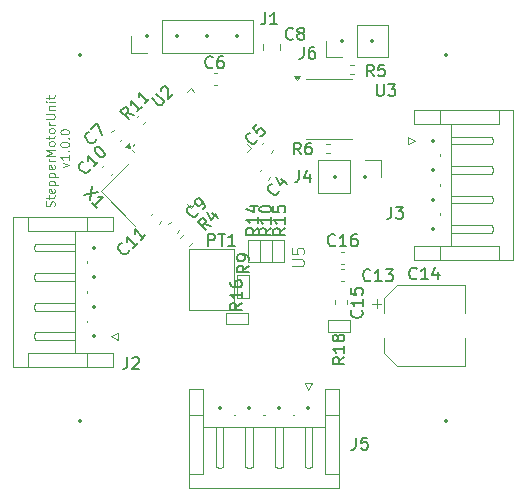
<source format=gto>
%TF.GenerationSoftware,KiCad,Pcbnew,9.0.2-9.0.2-0~ubuntu22.04.1*%
%TF.CreationDate,2025-05-11T10:39:50+03:00*%
%TF.ProjectId,steper-motor-unit,73746570-6572-42d6-9d6f-746f722d756e,rev?*%
%TF.SameCoordinates,Original*%
%TF.FileFunction,Legend,Top*%
%TF.FilePolarity,Positive*%
%FSLAX46Y46*%
G04 Gerber Fmt 4.6, Leading zero omitted, Abs format (unit mm)*
G04 Created by KiCad (PCBNEW 9.0.2-9.0.2-0~ubuntu22.04.1) date 2025-05-11 10:39:50*
%MOMM*%
%LPD*%
G01*
G04 APERTURE LIST*
%ADD10C,0.100000*%
%ADD11C,0.150000*%
%ADD12C,0.120000*%
%ADD13C,0.350000*%
G04 APERTURE END LIST*
D10*
X2342321Y22693573D02*
X2378035Y22800716D01*
X2378035Y22800716D02*
X2378035Y22979287D01*
X2378035Y22979287D02*
X2342321Y23050716D01*
X2342321Y23050716D02*
X2306606Y23086430D01*
X2306606Y23086430D02*
X2235178Y23122144D01*
X2235178Y23122144D02*
X2163749Y23122144D01*
X2163749Y23122144D02*
X2092321Y23086430D01*
X2092321Y23086430D02*
X2056606Y23050716D01*
X2056606Y23050716D02*
X2020892Y22979287D01*
X2020892Y22979287D02*
X1985178Y22836430D01*
X1985178Y22836430D02*
X1949463Y22765001D01*
X1949463Y22765001D02*
X1913749Y22729287D01*
X1913749Y22729287D02*
X1842321Y22693573D01*
X1842321Y22693573D02*
X1770892Y22693573D01*
X1770892Y22693573D02*
X1699463Y22729287D01*
X1699463Y22729287D02*
X1663749Y22765001D01*
X1663749Y22765001D02*
X1628035Y22836430D01*
X1628035Y22836430D02*
X1628035Y23015001D01*
X1628035Y23015001D02*
X1663749Y23122144D01*
X1878035Y23336430D02*
X1878035Y23622144D01*
X1628035Y23443573D02*
X2270892Y23443573D01*
X2270892Y23443573D02*
X2342321Y23479287D01*
X2342321Y23479287D02*
X2378035Y23550716D01*
X2378035Y23550716D02*
X2378035Y23622144D01*
X2342321Y24157858D02*
X2378035Y24086430D01*
X2378035Y24086430D02*
X2378035Y23943573D01*
X2378035Y23943573D02*
X2342321Y23872144D01*
X2342321Y23872144D02*
X2270892Y23836430D01*
X2270892Y23836430D02*
X1985178Y23836430D01*
X1985178Y23836430D02*
X1913749Y23872144D01*
X1913749Y23872144D02*
X1878035Y23943573D01*
X1878035Y23943573D02*
X1878035Y24086430D01*
X1878035Y24086430D02*
X1913749Y24157858D01*
X1913749Y24157858D02*
X1985178Y24193573D01*
X1985178Y24193573D02*
X2056606Y24193573D01*
X2056606Y24193573D02*
X2128035Y23836430D01*
X1878035Y24515001D02*
X2628035Y24515001D01*
X1913749Y24515001D02*
X1878035Y24586430D01*
X1878035Y24586430D02*
X1878035Y24729287D01*
X1878035Y24729287D02*
X1913749Y24800715D01*
X1913749Y24800715D02*
X1949463Y24836430D01*
X1949463Y24836430D02*
X2020892Y24872144D01*
X2020892Y24872144D02*
X2235178Y24872144D01*
X2235178Y24872144D02*
X2306606Y24836430D01*
X2306606Y24836430D02*
X2342321Y24800715D01*
X2342321Y24800715D02*
X2378035Y24729287D01*
X2378035Y24729287D02*
X2378035Y24586430D01*
X2378035Y24586430D02*
X2342321Y24515001D01*
X1878035Y25193572D02*
X2628035Y25193572D01*
X1913749Y25193572D02*
X1878035Y25265001D01*
X1878035Y25265001D02*
X1878035Y25407858D01*
X1878035Y25407858D02*
X1913749Y25479286D01*
X1913749Y25479286D02*
X1949463Y25515001D01*
X1949463Y25515001D02*
X2020892Y25550715D01*
X2020892Y25550715D02*
X2235178Y25550715D01*
X2235178Y25550715D02*
X2306606Y25515001D01*
X2306606Y25515001D02*
X2342321Y25479286D01*
X2342321Y25479286D02*
X2378035Y25407858D01*
X2378035Y25407858D02*
X2378035Y25265001D01*
X2378035Y25265001D02*
X2342321Y25193572D01*
X2342321Y26157857D02*
X2378035Y26086429D01*
X2378035Y26086429D02*
X2378035Y25943572D01*
X2378035Y25943572D02*
X2342321Y25872143D01*
X2342321Y25872143D02*
X2270892Y25836429D01*
X2270892Y25836429D02*
X1985178Y25836429D01*
X1985178Y25836429D02*
X1913749Y25872143D01*
X1913749Y25872143D02*
X1878035Y25943572D01*
X1878035Y25943572D02*
X1878035Y26086429D01*
X1878035Y26086429D02*
X1913749Y26157857D01*
X1913749Y26157857D02*
X1985178Y26193572D01*
X1985178Y26193572D02*
X2056606Y26193572D01*
X2056606Y26193572D02*
X2128035Y25836429D01*
X2378035Y26515000D02*
X1878035Y26515000D01*
X2020892Y26515000D02*
X1949463Y26550714D01*
X1949463Y26550714D02*
X1913749Y26586429D01*
X1913749Y26586429D02*
X1878035Y26657857D01*
X1878035Y26657857D02*
X1878035Y26729286D01*
X2378035Y26979286D02*
X1628035Y26979286D01*
X1628035Y26979286D02*
X2163749Y27229286D01*
X2163749Y27229286D02*
X1628035Y27479286D01*
X1628035Y27479286D02*
X2378035Y27479286D01*
X2378035Y27943572D02*
X2342321Y27872143D01*
X2342321Y27872143D02*
X2306606Y27836429D01*
X2306606Y27836429D02*
X2235178Y27800715D01*
X2235178Y27800715D02*
X2020892Y27800715D01*
X2020892Y27800715D02*
X1949463Y27836429D01*
X1949463Y27836429D02*
X1913749Y27872143D01*
X1913749Y27872143D02*
X1878035Y27943572D01*
X1878035Y27943572D02*
X1878035Y28050715D01*
X1878035Y28050715D02*
X1913749Y28122143D01*
X1913749Y28122143D02*
X1949463Y28157858D01*
X1949463Y28157858D02*
X2020892Y28193572D01*
X2020892Y28193572D02*
X2235178Y28193572D01*
X2235178Y28193572D02*
X2306606Y28157858D01*
X2306606Y28157858D02*
X2342321Y28122143D01*
X2342321Y28122143D02*
X2378035Y28050715D01*
X2378035Y28050715D02*
X2378035Y27943572D01*
X1878035Y28407857D02*
X1878035Y28693571D01*
X1628035Y28515000D02*
X2270892Y28515000D01*
X2270892Y28515000D02*
X2342321Y28550714D01*
X2342321Y28550714D02*
X2378035Y28622143D01*
X2378035Y28622143D02*
X2378035Y28693571D01*
X2378035Y29050714D02*
X2342321Y28979285D01*
X2342321Y28979285D02*
X2306606Y28943571D01*
X2306606Y28943571D02*
X2235178Y28907857D01*
X2235178Y28907857D02*
X2020892Y28907857D01*
X2020892Y28907857D02*
X1949463Y28943571D01*
X1949463Y28943571D02*
X1913749Y28979285D01*
X1913749Y28979285D02*
X1878035Y29050714D01*
X1878035Y29050714D02*
X1878035Y29157857D01*
X1878035Y29157857D02*
X1913749Y29229285D01*
X1913749Y29229285D02*
X1949463Y29265000D01*
X1949463Y29265000D02*
X2020892Y29300714D01*
X2020892Y29300714D02*
X2235178Y29300714D01*
X2235178Y29300714D02*
X2306606Y29265000D01*
X2306606Y29265000D02*
X2342321Y29229285D01*
X2342321Y29229285D02*
X2378035Y29157857D01*
X2378035Y29157857D02*
X2378035Y29050714D01*
X2378035Y29622142D02*
X1878035Y29622142D01*
X2020892Y29622142D02*
X1949463Y29657856D01*
X1949463Y29657856D02*
X1913749Y29693571D01*
X1913749Y29693571D02*
X1878035Y29764999D01*
X1878035Y29764999D02*
X1878035Y29836428D01*
X1628035Y30086428D02*
X2235178Y30086428D01*
X2235178Y30086428D02*
X2306606Y30122142D01*
X2306606Y30122142D02*
X2342321Y30157857D01*
X2342321Y30157857D02*
X2378035Y30229285D01*
X2378035Y30229285D02*
X2378035Y30372142D01*
X2378035Y30372142D02*
X2342321Y30443571D01*
X2342321Y30443571D02*
X2306606Y30479285D01*
X2306606Y30479285D02*
X2235178Y30514999D01*
X2235178Y30514999D02*
X1628035Y30514999D01*
X1878035Y30872142D02*
X2378035Y30872142D01*
X1949463Y30872142D02*
X1913749Y30907856D01*
X1913749Y30907856D02*
X1878035Y30979285D01*
X1878035Y30979285D02*
X1878035Y31086428D01*
X1878035Y31086428D02*
X1913749Y31157856D01*
X1913749Y31157856D02*
X1985178Y31193571D01*
X1985178Y31193571D02*
X2378035Y31193571D01*
X2378035Y31550713D02*
X1878035Y31550713D01*
X1628035Y31550713D02*
X1663749Y31514999D01*
X1663749Y31514999D02*
X1699463Y31550713D01*
X1699463Y31550713D02*
X1663749Y31586427D01*
X1663749Y31586427D02*
X1628035Y31550713D01*
X1628035Y31550713D02*
X1699463Y31550713D01*
X1878035Y31800713D02*
X1878035Y32086427D01*
X1628035Y31907856D02*
X2270892Y31907856D01*
X2270892Y31907856D02*
X2342321Y31943570D01*
X2342321Y31943570D02*
X2378035Y32014999D01*
X2378035Y32014999D02*
X2378035Y32086427D01*
X3085493Y26032856D02*
X3585493Y26211428D01*
X3585493Y26211428D02*
X3085493Y26389999D01*
X3585493Y27068571D02*
X3585493Y26640000D01*
X3585493Y26854285D02*
X2835493Y26854285D01*
X2835493Y26854285D02*
X2942636Y26782857D01*
X2942636Y26782857D02*
X3014064Y26711428D01*
X3014064Y26711428D02*
X3049779Y26640000D01*
X3514064Y27390000D02*
X3549779Y27425714D01*
X3549779Y27425714D02*
X3585493Y27390000D01*
X3585493Y27390000D02*
X3549779Y27354286D01*
X3549779Y27354286D02*
X3514064Y27390000D01*
X3514064Y27390000D02*
X3585493Y27390000D01*
X2835493Y27890000D02*
X2835493Y27961429D01*
X2835493Y27961429D02*
X2871207Y28032857D01*
X2871207Y28032857D02*
X2906921Y28068572D01*
X2906921Y28068572D02*
X2978350Y28104286D01*
X2978350Y28104286D02*
X3121207Y28140000D01*
X3121207Y28140000D02*
X3299779Y28140000D01*
X3299779Y28140000D02*
X3442636Y28104286D01*
X3442636Y28104286D02*
X3514064Y28068572D01*
X3514064Y28068572D02*
X3549779Y28032857D01*
X3549779Y28032857D02*
X3585493Y27961429D01*
X3585493Y27961429D02*
X3585493Y27890000D01*
X3585493Y27890000D02*
X3549779Y27818572D01*
X3549779Y27818572D02*
X3514064Y27782857D01*
X3514064Y27782857D02*
X3442636Y27747143D01*
X3442636Y27747143D02*
X3299779Y27711429D01*
X3299779Y27711429D02*
X3121207Y27711429D01*
X3121207Y27711429D02*
X2978350Y27747143D01*
X2978350Y27747143D02*
X2906921Y27782857D01*
X2906921Y27782857D02*
X2871207Y27818572D01*
X2871207Y27818572D02*
X2835493Y27890000D01*
X3514064Y28461429D02*
X3549779Y28497143D01*
X3549779Y28497143D02*
X3585493Y28461429D01*
X3585493Y28461429D02*
X3549779Y28425715D01*
X3549779Y28425715D02*
X3514064Y28461429D01*
X3514064Y28461429D02*
X3585493Y28461429D01*
X2835493Y28961429D02*
X2835493Y29032858D01*
X2835493Y29032858D02*
X2871207Y29104286D01*
X2871207Y29104286D02*
X2906921Y29140001D01*
X2906921Y29140001D02*
X2978350Y29175715D01*
X2978350Y29175715D02*
X3121207Y29211429D01*
X3121207Y29211429D02*
X3299779Y29211429D01*
X3299779Y29211429D02*
X3442636Y29175715D01*
X3442636Y29175715D02*
X3514064Y29140001D01*
X3514064Y29140001D02*
X3549779Y29104286D01*
X3549779Y29104286D02*
X3585493Y29032858D01*
X3585493Y29032858D02*
X3585493Y28961429D01*
X3585493Y28961429D02*
X3549779Y28890001D01*
X3549779Y28890001D02*
X3514064Y28854286D01*
X3514064Y28854286D02*
X3442636Y28818572D01*
X3442636Y28818572D02*
X3299779Y28782858D01*
X3299779Y28782858D02*
X3121207Y28782858D01*
X3121207Y28782858D02*
X2978350Y28818572D01*
X2978350Y28818572D02*
X2906921Y28854286D01*
X2906921Y28854286D02*
X2871207Y28890001D01*
X2871207Y28890001D02*
X2835493Y28961429D01*
D11*
X22533333Y36900419D02*
X22485714Y36852800D01*
X22485714Y36852800D02*
X22342857Y36805180D01*
X22342857Y36805180D02*
X22247619Y36805180D01*
X22247619Y36805180D02*
X22104762Y36852800D01*
X22104762Y36852800D02*
X22009524Y36948038D01*
X22009524Y36948038D02*
X21961905Y37043276D01*
X21961905Y37043276D02*
X21914286Y37233752D01*
X21914286Y37233752D02*
X21914286Y37376609D01*
X21914286Y37376609D02*
X21961905Y37567085D01*
X21961905Y37567085D02*
X22009524Y37662323D01*
X22009524Y37662323D02*
X22104762Y37757561D01*
X22104762Y37757561D02*
X22247619Y37805180D01*
X22247619Y37805180D02*
X22342857Y37805180D01*
X22342857Y37805180D02*
X22485714Y37757561D01*
X22485714Y37757561D02*
X22533333Y37709942D01*
X23104762Y37376609D02*
X23009524Y37424228D01*
X23009524Y37424228D02*
X22961905Y37471847D01*
X22961905Y37471847D02*
X22914286Y37567085D01*
X22914286Y37567085D02*
X22914286Y37614704D01*
X22914286Y37614704D02*
X22961905Y37709942D01*
X22961905Y37709942D02*
X23009524Y37757561D01*
X23009524Y37757561D02*
X23104762Y37805180D01*
X23104762Y37805180D02*
X23295238Y37805180D01*
X23295238Y37805180D02*
X23390476Y37757561D01*
X23390476Y37757561D02*
X23438095Y37709942D01*
X23438095Y37709942D02*
X23485714Y37614704D01*
X23485714Y37614704D02*
X23485714Y37567085D01*
X23485714Y37567085D02*
X23438095Y37471847D01*
X23438095Y37471847D02*
X23390476Y37424228D01*
X23390476Y37424228D02*
X23295238Y37376609D01*
X23295238Y37376609D02*
X23104762Y37376609D01*
X23104762Y37376609D02*
X23009524Y37328990D01*
X23009524Y37328990D02*
X22961905Y37281371D01*
X22961905Y37281371D02*
X22914286Y37186133D01*
X22914286Y37186133D02*
X22914286Y36995657D01*
X22914286Y36995657D02*
X22961905Y36900419D01*
X22961905Y36900419D02*
X23009524Y36852800D01*
X23009524Y36852800D02*
X23104762Y36805180D01*
X23104762Y36805180D02*
X23295238Y36805180D01*
X23295238Y36805180D02*
X23390476Y36852800D01*
X23390476Y36852800D02*
X23438095Y36900419D01*
X23438095Y36900419D02*
X23485714Y36995657D01*
X23485714Y36995657D02*
X23485714Y37186133D01*
X23485714Y37186133D02*
X23438095Y37281371D01*
X23438095Y37281371D02*
X23390476Y37328990D01*
X23390476Y37328990D02*
X23295238Y37376609D01*
X19584819Y20877142D02*
X19108628Y20543809D01*
X19584819Y20305714D02*
X18584819Y20305714D01*
X18584819Y20305714D02*
X18584819Y20686666D01*
X18584819Y20686666D02*
X18632438Y20781904D01*
X18632438Y20781904D02*
X18680057Y20829523D01*
X18680057Y20829523D02*
X18775295Y20877142D01*
X18775295Y20877142D02*
X18918152Y20877142D01*
X18918152Y20877142D02*
X19013390Y20829523D01*
X19013390Y20829523D02*
X19061009Y20781904D01*
X19061009Y20781904D02*
X19108628Y20686666D01*
X19108628Y20686666D02*
X19108628Y20305714D01*
X19584819Y21829523D02*
X19584819Y21258095D01*
X19584819Y21543809D02*
X18584819Y21543809D01*
X18584819Y21543809D02*
X18727676Y21448571D01*
X18727676Y21448571D02*
X18822914Y21353333D01*
X18822914Y21353333D02*
X18870533Y21258095D01*
X18918152Y22686666D02*
X19584819Y22686666D01*
X18537200Y22448571D02*
X19251485Y22210476D01*
X19251485Y22210476D02*
X19251485Y22829523D01*
X19495248Y28349050D02*
X19495248Y28281706D01*
X19495248Y28281706D02*
X19427904Y28147019D01*
X19427904Y28147019D02*
X19360561Y28079676D01*
X19360561Y28079676D02*
X19225874Y28012332D01*
X19225874Y28012332D02*
X19091187Y28012332D01*
X19091187Y28012332D02*
X18990172Y28046004D01*
X18990172Y28046004D02*
X18821813Y28147019D01*
X18821813Y28147019D02*
X18720798Y28248034D01*
X18720798Y28248034D02*
X18619782Y28416393D01*
X18619782Y28416393D02*
X18586111Y28517408D01*
X18586111Y28517408D02*
X18586111Y28652095D01*
X18586111Y28652095D02*
X18653454Y28786782D01*
X18653454Y28786782D02*
X18720798Y28854126D01*
X18720798Y28854126D02*
X18855485Y28921469D01*
X18855485Y28921469D02*
X18922828Y28921469D01*
X19495248Y29628576D02*
X19158530Y29291859D01*
X19158530Y29291859D02*
X19461576Y28921469D01*
X19461576Y28921469D02*
X19461576Y28988813D01*
X19461576Y28988813D02*
X19495248Y29089828D01*
X19495248Y29089828D02*
X19663607Y29258187D01*
X19663607Y29258187D02*
X19764622Y29291859D01*
X19764622Y29291859D02*
X19831965Y29291859D01*
X19831965Y29291859D02*
X19932981Y29258187D01*
X19932981Y29258187D02*
X20101339Y29089828D01*
X20101339Y29089828D02*
X20135011Y28988813D01*
X20135011Y28988813D02*
X20135011Y28921469D01*
X20135011Y28921469D02*
X20101339Y28820454D01*
X20101339Y28820454D02*
X19932981Y28652095D01*
X19932981Y28652095D02*
X19831965Y28618424D01*
X19831965Y28618424D02*
X19764622Y28618424D01*
X15350952Y19355180D02*
X15350952Y20355180D01*
X15350952Y20355180D02*
X15731904Y20355180D01*
X15731904Y20355180D02*
X15827142Y20307561D01*
X15827142Y20307561D02*
X15874761Y20259942D01*
X15874761Y20259942D02*
X15922380Y20164704D01*
X15922380Y20164704D02*
X15922380Y20021847D01*
X15922380Y20021847D02*
X15874761Y19926609D01*
X15874761Y19926609D02*
X15827142Y19878990D01*
X15827142Y19878990D02*
X15731904Y19831371D01*
X15731904Y19831371D02*
X15350952Y19831371D01*
X16208095Y20355180D02*
X16779523Y20355180D01*
X16493809Y19355180D02*
X16493809Y20355180D01*
X17636666Y19355180D02*
X17065238Y19355180D01*
X17350952Y19355180D02*
X17350952Y20355180D01*
X17350952Y20355180D02*
X17255714Y20212323D01*
X17255714Y20212323D02*
X17160476Y20117085D01*
X17160476Y20117085D02*
X17065238Y20069466D01*
X8506666Y9925180D02*
X8506666Y9210895D01*
X8506666Y9210895D02*
X8459047Y9068038D01*
X8459047Y9068038D02*
X8363809Y8972800D01*
X8363809Y8972800D02*
X8220952Y8925180D01*
X8220952Y8925180D02*
X8125714Y8925180D01*
X8935238Y9829942D02*
X8982857Y9877561D01*
X8982857Y9877561D02*
X9078095Y9925180D01*
X9078095Y9925180D02*
X9316190Y9925180D01*
X9316190Y9925180D02*
X9411428Y9877561D01*
X9411428Y9877561D02*
X9459047Y9829942D01*
X9459047Y9829942D02*
X9506666Y9734704D01*
X9506666Y9734704D02*
X9506666Y9639466D01*
X9506666Y9639466D02*
X9459047Y9496609D01*
X9459047Y9496609D02*
X8887619Y8925180D01*
X8887619Y8925180D02*
X9506666Y8925180D01*
X21336411Y24037887D02*
X21336411Y23970543D01*
X21336411Y23970543D02*
X21269067Y23835856D01*
X21269067Y23835856D02*
X21201724Y23768513D01*
X21201724Y23768513D02*
X21067037Y23701169D01*
X21067037Y23701169D02*
X20932350Y23701169D01*
X20932350Y23701169D02*
X20831335Y23734841D01*
X20831335Y23734841D02*
X20662976Y23835856D01*
X20662976Y23835856D02*
X20561961Y23936871D01*
X20561961Y23936871D02*
X20460945Y24105230D01*
X20460945Y24105230D02*
X20427274Y24206245D01*
X20427274Y24206245D02*
X20427274Y24340932D01*
X20427274Y24340932D02*
X20494617Y24475619D01*
X20494617Y24475619D02*
X20561961Y24542963D01*
X20561961Y24542963D02*
X20696648Y24610306D01*
X20696648Y24610306D02*
X20763991Y24610306D01*
X21538441Y25048039D02*
X22009846Y24576635D01*
X21100709Y25149054D02*
X21437426Y24475619D01*
X21437426Y24475619D02*
X21875159Y24913352D01*
X20694819Y20847142D02*
X20218628Y20513809D01*
X20694819Y20275714D02*
X19694819Y20275714D01*
X19694819Y20275714D02*
X19694819Y20656666D01*
X19694819Y20656666D02*
X19742438Y20751904D01*
X19742438Y20751904D02*
X19790057Y20799523D01*
X19790057Y20799523D02*
X19885295Y20847142D01*
X19885295Y20847142D02*
X20028152Y20847142D01*
X20028152Y20847142D02*
X20123390Y20799523D01*
X20123390Y20799523D02*
X20171009Y20751904D01*
X20171009Y20751904D02*
X20218628Y20656666D01*
X20218628Y20656666D02*
X20218628Y20275714D01*
X20694819Y21799523D02*
X20694819Y21228095D01*
X20694819Y21513809D02*
X19694819Y21513809D01*
X19694819Y21513809D02*
X19837676Y21418571D01*
X19837676Y21418571D02*
X19932914Y21323333D01*
X19932914Y21323333D02*
X19980533Y21228095D01*
X19694819Y22418571D02*
X19694819Y22513809D01*
X19694819Y22513809D02*
X19742438Y22609047D01*
X19742438Y22609047D02*
X19790057Y22656666D01*
X19790057Y22656666D02*
X19885295Y22704285D01*
X19885295Y22704285D02*
X20075771Y22751904D01*
X20075771Y22751904D02*
X20313866Y22751904D01*
X20313866Y22751904D02*
X20504342Y22704285D01*
X20504342Y22704285D02*
X20599580Y22656666D01*
X20599580Y22656666D02*
X20647200Y22609047D01*
X20647200Y22609047D02*
X20694819Y22513809D01*
X20694819Y22513809D02*
X20694819Y22418571D01*
X20694819Y22418571D02*
X20647200Y22323333D01*
X20647200Y22323333D02*
X20599580Y22275714D01*
X20599580Y22275714D02*
X20504342Y22228095D01*
X20504342Y22228095D02*
X20313866Y22180476D01*
X20313866Y22180476D02*
X20075771Y22180476D01*
X20075771Y22180476D02*
X19885295Y22228095D01*
X19885295Y22228095D02*
X19790057Y22275714D01*
X19790057Y22275714D02*
X19742438Y22323333D01*
X19742438Y22323333D02*
X19694819Y22418571D01*
X8629693Y18981169D02*
X8629693Y18913825D01*
X8629693Y18913825D02*
X8562349Y18779138D01*
X8562349Y18779138D02*
X8495006Y18711795D01*
X8495006Y18711795D02*
X8360319Y18644451D01*
X8360319Y18644451D02*
X8225632Y18644451D01*
X8225632Y18644451D02*
X8124617Y18678123D01*
X8124617Y18678123D02*
X7956258Y18779138D01*
X7956258Y18779138D02*
X7855243Y18880153D01*
X7855243Y18880153D02*
X7754227Y19048512D01*
X7754227Y19048512D02*
X7720556Y19149527D01*
X7720556Y19149527D02*
X7720556Y19284214D01*
X7720556Y19284214D02*
X7787899Y19418901D01*
X7787899Y19418901D02*
X7855243Y19486245D01*
X7855243Y19486245D02*
X7989930Y19553588D01*
X7989930Y19553588D02*
X8057273Y19553588D01*
X9370471Y19587260D02*
X8966410Y19183199D01*
X9168441Y19385230D02*
X8461334Y20092336D01*
X8461334Y20092336D02*
X8495006Y19923978D01*
X8495006Y19923978D02*
X8495006Y19789291D01*
X8495006Y19789291D02*
X8461334Y19688275D01*
X10043907Y20260695D02*
X9639846Y19856634D01*
X9841876Y20058665D02*
X9134769Y20765772D01*
X9134769Y20765772D02*
X9168441Y20597413D01*
X9168441Y20597413D02*
X9168441Y20462726D01*
X9168441Y20462726D02*
X9134769Y20361711D01*
X14476411Y22167887D02*
X14476411Y22100543D01*
X14476411Y22100543D02*
X14409067Y21965856D01*
X14409067Y21965856D02*
X14341724Y21898513D01*
X14341724Y21898513D02*
X14207037Y21831169D01*
X14207037Y21831169D02*
X14072350Y21831169D01*
X14072350Y21831169D02*
X13971335Y21864841D01*
X13971335Y21864841D02*
X13802976Y21965856D01*
X13802976Y21965856D02*
X13701961Y22066871D01*
X13701961Y22066871D02*
X13600945Y22235230D01*
X13600945Y22235230D02*
X13567274Y22336245D01*
X13567274Y22336245D02*
X13567274Y22470932D01*
X13567274Y22470932D02*
X13634617Y22605619D01*
X13634617Y22605619D02*
X13701961Y22672963D01*
X13701961Y22672963D02*
X13836648Y22740306D01*
X13836648Y22740306D02*
X13903991Y22740306D01*
X14880472Y22437261D02*
X15015159Y22571948D01*
X15015159Y22571948D02*
X15048831Y22672963D01*
X15048831Y22672963D02*
X15048831Y22740306D01*
X15048831Y22740306D02*
X15015159Y22908665D01*
X15015159Y22908665D02*
X14914144Y23077024D01*
X14914144Y23077024D02*
X14644770Y23346398D01*
X14644770Y23346398D02*
X14543754Y23380070D01*
X14543754Y23380070D02*
X14476411Y23380070D01*
X14476411Y23380070D02*
X14375396Y23346398D01*
X14375396Y23346398D02*
X14240709Y23211711D01*
X14240709Y23211711D02*
X14207037Y23110696D01*
X14207037Y23110696D02*
X14207037Y23043352D01*
X14207037Y23043352D02*
X14240709Y22942337D01*
X14240709Y22942337D02*
X14409067Y22773978D01*
X14409067Y22773978D02*
X14510083Y22740306D01*
X14510083Y22740306D02*
X14577426Y22740306D01*
X14577426Y22740306D02*
X14678441Y22773978D01*
X14678441Y22773978D02*
X14813128Y22908665D01*
X14813128Y22908665D02*
X14846800Y23009680D01*
X14846800Y23009680D02*
X14846800Y23077024D01*
X14846800Y23077024D02*
X14813128Y23178039D01*
X26107142Y19430419D02*
X26059523Y19382800D01*
X26059523Y19382800D02*
X25916666Y19335180D01*
X25916666Y19335180D02*
X25821428Y19335180D01*
X25821428Y19335180D02*
X25678571Y19382800D01*
X25678571Y19382800D02*
X25583333Y19478038D01*
X25583333Y19478038D02*
X25535714Y19573276D01*
X25535714Y19573276D02*
X25488095Y19763752D01*
X25488095Y19763752D02*
X25488095Y19906609D01*
X25488095Y19906609D02*
X25535714Y20097085D01*
X25535714Y20097085D02*
X25583333Y20192323D01*
X25583333Y20192323D02*
X25678571Y20287561D01*
X25678571Y20287561D02*
X25821428Y20335180D01*
X25821428Y20335180D02*
X25916666Y20335180D01*
X25916666Y20335180D02*
X26059523Y20287561D01*
X26059523Y20287561D02*
X26107142Y20239942D01*
X27059523Y19335180D02*
X26488095Y19335180D01*
X26773809Y19335180D02*
X26773809Y20335180D01*
X26773809Y20335180D02*
X26678571Y20192323D01*
X26678571Y20192323D02*
X26583333Y20097085D01*
X26583333Y20097085D02*
X26488095Y20049466D01*
X27916666Y20335180D02*
X27726190Y20335180D01*
X27726190Y20335180D02*
X27630952Y20287561D01*
X27630952Y20287561D02*
X27583333Y20239942D01*
X27583333Y20239942D02*
X27488095Y20097085D01*
X27488095Y20097085D02*
X27440476Y19906609D01*
X27440476Y19906609D02*
X27440476Y19525657D01*
X27440476Y19525657D02*
X27488095Y19430419D01*
X27488095Y19430419D02*
X27535714Y19382800D01*
X27535714Y19382800D02*
X27630952Y19335180D01*
X27630952Y19335180D02*
X27821428Y19335180D01*
X27821428Y19335180D02*
X27916666Y19382800D01*
X27916666Y19382800D02*
X27964285Y19430419D01*
X27964285Y19430419D02*
X28011904Y19525657D01*
X28011904Y19525657D02*
X28011904Y19763752D01*
X28011904Y19763752D02*
X27964285Y19858990D01*
X27964285Y19858990D02*
X27916666Y19906609D01*
X27916666Y19906609D02*
X27821428Y19954228D01*
X27821428Y19954228D02*
X27630952Y19954228D01*
X27630952Y19954228D02*
X27535714Y19906609D01*
X27535714Y19906609D02*
X27488095Y19858990D01*
X27488095Y19858990D02*
X27440476Y19763752D01*
X18814819Y17683333D02*
X18338628Y17350000D01*
X18814819Y17111905D02*
X17814819Y17111905D01*
X17814819Y17111905D02*
X17814819Y17492857D01*
X17814819Y17492857D02*
X17862438Y17588095D01*
X17862438Y17588095D02*
X17910057Y17635714D01*
X17910057Y17635714D02*
X18005295Y17683333D01*
X18005295Y17683333D02*
X18148152Y17683333D01*
X18148152Y17683333D02*
X18243390Y17635714D01*
X18243390Y17635714D02*
X18291009Y17588095D01*
X18291009Y17588095D02*
X18338628Y17492857D01*
X18338628Y17492857D02*
X18338628Y17111905D01*
X18814819Y18159524D02*
X18814819Y18350000D01*
X18814819Y18350000D02*
X18767200Y18445238D01*
X18767200Y18445238D02*
X18719580Y18492857D01*
X18719580Y18492857D02*
X18576723Y18588095D01*
X18576723Y18588095D02*
X18386247Y18635714D01*
X18386247Y18635714D02*
X18005295Y18635714D01*
X18005295Y18635714D02*
X17910057Y18588095D01*
X17910057Y18588095D02*
X17862438Y18540476D01*
X17862438Y18540476D02*
X17814819Y18445238D01*
X17814819Y18445238D02*
X17814819Y18254762D01*
X17814819Y18254762D02*
X17862438Y18159524D01*
X17862438Y18159524D02*
X17910057Y18111905D01*
X17910057Y18111905D02*
X18005295Y18064286D01*
X18005295Y18064286D02*
X18243390Y18064286D01*
X18243390Y18064286D02*
X18338628Y18111905D01*
X18338628Y18111905D02*
X18386247Y18159524D01*
X18386247Y18159524D02*
X18433866Y18254762D01*
X18433866Y18254762D02*
X18433866Y18445238D01*
X18433866Y18445238D02*
X18386247Y18540476D01*
X18386247Y18540476D02*
X18338628Y18588095D01*
X18338628Y18588095D02*
X18243390Y18635714D01*
X18214819Y14517142D02*
X17738628Y14183809D01*
X18214819Y13945714D02*
X17214819Y13945714D01*
X17214819Y13945714D02*
X17214819Y14326666D01*
X17214819Y14326666D02*
X17262438Y14421904D01*
X17262438Y14421904D02*
X17310057Y14469523D01*
X17310057Y14469523D02*
X17405295Y14517142D01*
X17405295Y14517142D02*
X17548152Y14517142D01*
X17548152Y14517142D02*
X17643390Y14469523D01*
X17643390Y14469523D02*
X17691009Y14421904D01*
X17691009Y14421904D02*
X17738628Y14326666D01*
X17738628Y14326666D02*
X17738628Y13945714D01*
X18214819Y15469523D02*
X18214819Y14898095D01*
X18214819Y15183809D02*
X17214819Y15183809D01*
X17214819Y15183809D02*
X17357676Y15088571D01*
X17357676Y15088571D02*
X17452914Y14993333D01*
X17452914Y14993333D02*
X17500533Y14898095D01*
X17214819Y16326666D02*
X17214819Y16136190D01*
X17214819Y16136190D02*
X17262438Y16040952D01*
X17262438Y16040952D02*
X17310057Y15993333D01*
X17310057Y15993333D02*
X17452914Y15898095D01*
X17452914Y15898095D02*
X17643390Y15850476D01*
X17643390Y15850476D02*
X18024342Y15850476D01*
X18024342Y15850476D02*
X18119580Y15898095D01*
X18119580Y15898095D02*
X18167200Y15945714D01*
X18167200Y15945714D02*
X18214819Y16040952D01*
X18214819Y16040952D02*
X18214819Y16231428D01*
X18214819Y16231428D02*
X18167200Y16326666D01*
X18167200Y16326666D02*
X18119580Y16374285D01*
X18119580Y16374285D02*
X18024342Y16421904D01*
X18024342Y16421904D02*
X17786247Y16421904D01*
X17786247Y16421904D02*
X17691009Y16374285D01*
X17691009Y16374285D02*
X17643390Y16326666D01*
X17643390Y16326666D02*
X17595771Y16231428D01*
X17595771Y16231428D02*
X17595771Y16040952D01*
X17595771Y16040952D02*
X17643390Y15945714D01*
X17643390Y15945714D02*
X17691009Y15898095D01*
X17691009Y15898095D02*
X17786247Y15850476D01*
X33007142Y16610419D02*
X32959523Y16562800D01*
X32959523Y16562800D02*
X32816666Y16515180D01*
X32816666Y16515180D02*
X32721428Y16515180D01*
X32721428Y16515180D02*
X32578571Y16562800D01*
X32578571Y16562800D02*
X32483333Y16658038D01*
X32483333Y16658038D02*
X32435714Y16753276D01*
X32435714Y16753276D02*
X32388095Y16943752D01*
X32388095Y16943752D02*
X32388095Y17086609D01*
X32388095Y17086609D02*
X32435714Y17277085D01*
X32435714Y17277085D02*
X32483333Y17372323D01*
X32483333Y17372323D02*
X32578571Y17467561D01*
X32578571Y17467561D02*
X32721428Y17515180D01*
X32721428Y17515180D02*
X32816666Y17515180D01*
X32816666Y17515180D02*
X32959523Y17467561D01*
X32959523Y17467561D02*
X33007142Y17419942D01*
X33959523Y16515180D02*
X33388095Y16515180D01*
X33673809Y16515180D02*
X33673809Y17515180D01*
X33673809Y17515180D02*
X33578571Y17372323D01*
X33578571Y17372323D02*
X33483333Y17277085D01*
X33483333Y17277085D02*
X33388095Y17229466D01*
X34816666Y17181847D02*
X34816666Y16515180D01*
X34578571Y17562800D02*
X34340476Y16848514D01*
X34340476Y16848514D02*
X34959523Y16848514D01*
X9037085Y30473875D02*
X8464666Y30574890D01*
X8633024Y30069814D02*
X7925918Y30776921D01*
X7925918Y30776921D02*
X8195292Y31046295D01*
X8195292Y31046295D02*
X8296307Y31079967D01*
X8296307Y31079967D02*
X8363650Y31079967D01*
X8363650Y31079967D02*
X8464666Y31046295D01*
X8464666Y31046295D02*
X8565681Y30945280D01*
X8565681Y30945280D02*
X8599353Y30844264D01*
X8599353Y30844264D02*
X8599353Y30776921D01*
X8599353Y30776921D02*
X8565681Y30675906D01*
X8565681Y30675906D02*
X8296307Y30406532D01*
X9710520Y31147310D02*
X9306459Y30743249D01*
X9508490Y30945280D02*
X8801383Y31652386D01*
X8801383Y31652386D02*
X8835055Y31484028D01*
X8835055Y31484028D02*
X8835055Y31349341D01*
X8835055Y31349341D02*
X8801383Y31248325D01*
X10383956Y31820745D02*
X9979895Y31416684D01*
X10181925Y31618715D02*
X9474818Y32325822D01*
X9474818Y32325822D02*
X9508490Y32157463D01*
X9508490Y32157463D02*
X9508490Y32022776D01*
X9508490Y32022776D02*
X9474818Y31921761D01*
X30866666Y22665180D02*
X30866666Y21950895D01*
X30866666Y21950895D02*
X30819047Y21808038D01*
X30819047Y21808038D02*
X30723809Y21712800D01*
X30723809Y21712800D02*
X30580952Y21665180D01*
X30580952Y21665180D02*
X30485714Y21665180D01*
X31247619Y22665180D02*
X31866666Y22665180D01*
X31866666Y22665180D02*
X31533333Y22284228D01*
X31533333Y22284228D02*
X31676190Y22284228D01*
X31676190Y22284228D02*
X31771428Y22236609D01*
X31771428Y22236609D02*
X31819047Y22188990D01*
X31819047Y22188990D02*
X31866666Y22093752D01*
X31866666Y22093752D02*
X31866666Y21855657D01*
X31866666Y21855657D02*
X31819047Y21760419D01*
X31819047Y21760419D02*
X31771428Y21712800D01*
X31771428Y21712800D02*
X31676190Y21665180D01*
X31676190Y21665180D02*
X31390476Y21665180D01*
X31390476Y21665180D02*
X31295238Y21712800D01*
X31295238Y21712800D02*
X31247619Y21760419D01*
X23046666Y25750180D02*
X23046666Y25035895D01*
X23046666Y25035895D02*
X22999047Y24893038D01*
X22999047Y24893038D02*
X22903809Y24797800D01*
X22903809Y24797800D02*
X22760952Y24750180D01*
X22760952Y24750180D02*
X22665714Y24750180D01*
X23951428Y25416847D02*
X23951428Y24750180D01*
X23713333Y25797800D02*
X23475238Y25083514D01*
X23475238Y25083514D02*
X24094285Y25083514D01*
X5543081Y24407920D02*
X5307379Y23229409D01*
X6014485Y23936516D02*
X4835974Y23700814D01*
X5947142Y22589646D02*
X5543081Y22993707D01*
X5745111Y22791676D02*
X6452218Y23498783D01*
X6452218Y23498783D02*
X6283859Y23465111D01*
X6283859Y23465111D02*
X6149172Y23465111D01*
X6149172Y23465111D02*
X6048157Y23498783D01*
X29363333Y33695180D02*
X29030000Y34171371D01*
X28791905Y33695180D02*
X28791905Y34695180D01*
X28791905Y34695180D02*
X29172857Y34695180D01*
X29172857Y34695180D02*
X29268095Y34647561D01*
X29268095Y34647561D02*
X29315714Y34599942D01*
X29315714Y34599942D02*
X29363333Y34504704D01*
X29363333Y34504704D02*
X29363333Y34361847D01*
X29363333Y34361847D02*
X29315714Y34266609D01*
X29315714Y34266609D02*
X29268095Y34218990D01*
X29268095Y34218990D02*
X29172857Y34171371D01*
X29172857Y34171371D02*
X28791905Y34171371D01*
X30268095Y34695180D02*
X29791905Y34695180D01*
X29791905Y34695180D02*
X29744286Y34218990D01*
X29744286Y34218990D02*
X29791905Y34266609D01*
X29791905Y34266609D02*
X29887143Y34314228D01*
X29887143Y34314228D02*
X30125238Y34314228D01*
X30125238Y34314228D02*
X30220476Y34266609D01*
X30220476Y34266609D02*
X30268095Y34218990D01*
X30268095Y34218990D02*
X30315714Y34123752D01*
X30315714Y34123752D02*
X30315714Y33885657D01*
X30315714Y33885657D02*
X30268095Y33790419D01*
X30268095Y33790419D02*
X30220476Y33742800D01*
X30220476Y33742800D02*
X30125238Y33695180D01*
X30125238Y33695180D02*
X29887143Y33695180D01*
X29887143Y33695180D02*
X29791905Y33742800D01*
X29791905Y33742800D02*
X29744286Y33790419D01*
X29097142Y16460419D02*
X29049523Y16412800D01*
X29049523Y16412800D02*
X28906666Y16365180D01*
X28906666Y16365180D02*
X28811428Y16365180D01*
X28811428Y16365180D02*
X28668571Y16412800D01*
X28668571Y16412800D02*
X28573333Y16508038D01*
X28573333Y16508038D02*
X28525714Y16603276D01*
X28525714Y16603276D02*
X28478095Y16793752D01*
X28478095Y16793752D02*
X28478095Y16936609D01*
X28478095Y16936609D02*
X28525714Y17127085D01*
X28525714Y17127085D02*
X28573333Y17222323D01*
X28573333Y17222323D02*
X28668571Y17317561D01*
X28668571Y17317561D02*
X28811428Y17365180D01*
X28811428Y17365180D02*
X28906666Y17365180D01*
X28906666Y17365180D02*
X29049523Y17317561D01*
X29049523Y17317561D02*
X29097142Y17269942D01*
X30049523Y16365180D02*
X29478095Y16365180D01*
X29763809Y16365180D02*
X29763809Y17365180D01*
X29763809Y17365180D02*
X29668571Y17222323D01*
X29668571Y17222323D02*
X29573333Y17127085D01*
X29573333Y17127085D02*
X29478095Y17079466D01*
X30382857Y17365180D02*
X31001904Y17365180D01*
X31001904Y17365180D02*
X30668571Y16984228D01*
X30668571Y16984228D02*
X30811428Y16984228D01*
X30811428Y16984228D02*
X30906666Y16936609D01*
X30906666Y16936609D02*
X30954285Y16888990D01*
X30954285Y16888990D02*
X31001904Y16793752D01*
X31001904Y16793752D02*
X31001904Y16555657D01*
X31001904Y16555657D02*
X30954285Y16460419D01*
X30954285Y16460419D02*
X30906666Y16412800D01*
X30906666Y16412800D02*
X30811428Y16365180D01*
X30811428Y16365180D02*
X30525714Y16365180D01*
X30525714Y16365180D02*
X30430476Y16412800D01*
X30430476Y16412800D02*
X30382857Y16460419D01*
X23426666Y36195180D02*
X23426666Y35480895D01*
X23426666Y35480895D02*
X23379047Y35338038D01*
X23379047Y35338038D02*
X23283809Y35242800D01*
X23283809Y35242800D02*
X23140952Y35195180D01*
X23140952Y35195180D02*
X23045714Y35195180D01*
X24331428Y36195180D02*
X24140952Y36195180D01*
X24140952Y36195180D02*
X24045714Y36147561D01*
X24045714Y36147561D02*
X23998095Y36099942D01*
X23998095Y36099942D02*
X23902857Y35957085D01*
X23902857Y35957085D02*
X23855238Y35766609D01*
X23855238Y35766609D02*
X23855238Y35385657D01*
X23855238Y35385657D02*
X23902857Y35290419D01*
X23902857Y35290419D02*
X23950476Y35242800D01*
X23950476Y35242800D02*
X24045714Y35195180D01*
X24045714Y35195180D02*
X24236190Y35195180D01*
X24236190Y35195180D02*
X24331428Y35242800D01*
X24331428Y35242800D02*
X24379047Y35290419D01*
X24379047Y35290419D02*
X24426666Y35385657D01*
X24426666Y35385657D02*
X24426666Y35623752D01*
X24426666Y35623752D02*
X24379047Y35718990D01*
X24379047Y35718990D02*
X24331428Y35766609D01*
X24331428Y35766609D02*
X24236190Y35814228D01*
X24236190Y35814228D02*
X24045714Y35814228D01*
X24045714Y35814228D02*
X23950476Y35766609D01*
X23950476Y35766609D02*
X23902857Y35718990D01*
X23902857Y35718990D02*
X23855238Y35623752D01*
X27866666Y3105180D02*
X27866666Y2390895D01*
X27866666Y2390895D02*
X27819047Y2248038D01*
X27819047Y2248038D02*
X27723809Y2152800D01*
X27723809Y2152800D02*
X27580952Y2105180D01*
X27580952Y2105180D02*
X27485714Y2105180D01*
X28819047Y3105180D02*
X28342857Y3105180D01*
X28342857Y3105180D02*
X28295238Y2628990D01*
X28295238Y2628990D02*
X28342857Y2676609D01*
X28342857Y2676609D02*
X28438095Y2724228D01*
X28438095Y2724228D02*
X28676190Y2724228D01*
X28676190Y2724228D02*
X28771428Y2676609D01*
X28771428Y2676609D02*
X28819047Y2628990D01*
X28819047Y2628990D02*
X28866666Y2533752D01*
X28866666Y2533752D02*
X28866666Y2295657D01*
X28866666Y2295657D02*
X28819047Y2200419D01*
X28819047Y2200419D02*
X28771428Y2152800D01*
X28771428Y2152800D02*
X28676190Y2105180D01*
X28676190Y2105180D02*
X28438095Y2105180D01*
X28438095Y2105180D02*
X28342857Y2152800D01*
X28342857Y2152800D02*
X28295238Y2200419D01*
X5309743Y25871219D02*
X5309743Y25803875D01*
X5309743Y25803875D02*
X5242399Y25669188D01*
X5242399Y25669188D02*
X5175056Y25601845D01*
X5175056Y25601845D02*
X5040369Y25534501D01*
X5040369Y25534501D02*
X4905682Y25534501D01*
X4905682Y25534501D02*
X4804667Y25568173D01*
X4804667Y25568173D02*
X4636308Y25669188D01*
X4636308Y25669188D02*
X4535293Y25770203D01*
X4535293Y25770203D02*
X4434277Y25938562D01*
X4434277Y25938562D02*
X4400606Y26039577D01*
X4400606Y26039577D02*
X4400606Y26174264D01*
X4400606Y26174264D02*
X4467949Y26308951D01*
X4467949Y26308951D02*
X4535293Y26376295D01*
X4535293Y26376295D02*
X4669980Y26443638D01*
X4669980Y26443638D02*
X4737323Y26443638D01*
X6050521Y26477310D02*
X5646460Y26073249D01*
X5848491Y26275280D02*
X5141384Y26982386D01*
X5141384Y26982386D02*
X5175056Y26814028D01*
X5175056Y26814028D02*
X5175056Y26679341D01*
X5175056Y26679341D02*
X5141384Y26578325D01*
X5781148Y27622150D02*
X5848491Y27689493D01*
X5848491Y27689493D02*
X5949506Y27723165D01*
X5949506Y27723165D02*
X6016850Y27723165D01*
X6016850Y27723165D02*
X6117865Y27689493D01*
X6117865Y27689493D02*
X6286224Y27588478D01*
X6286224Y27588478D02*
X6454583Y27420119D01*
X6454583Y27420119D02*
X6555598Y27251761D01*
X6555598Y27251761D02*
X6589270Y27150745D01*
X6589270Y27150745D02*
X6589270Y27083402D01*
X6589270Y27083402D02*
X6555598Y26982387D01*
X6555598Y26982387D02*
X6488254Y26915043D01*
X6488254Y26915043D02*
X6387239Y26881371D01*
X6387239Y26881371D02*
X6319896Y26881371D01*
X6319896Y26881371D02*
X6218880Y26915043D01*
X6218880Y26915043D02*
X6050522Y27016058D01*
X6050522Y27016058D02*
X5882163Y27184417D01*
X5882163Y27184417D02*
X5781148Y27352776D01*
X5781148Y27352776D02*
X5747476Y27453791D01*
X5747476Y27453791D02*
X5747476Y27521135D01*
X5747476Y27521135D02*
X5781148Y27622150D01*
X21874819Y20847142D02*
X21398628Y20513809D01*
X21874819Y20275714D02*
X20874819Y20275714D01*
X20874819Y20275714D02*
X20874819Y20656666D01*
X20874819Y20656666D02*
X20922438Y20751904D01*
X20922438Y20751904D02*
X20970057Y20799523D01*
X20970057Y20799523D02*
X21065295Y20847142D01*
X21065295Y20847142D02*
X21208152Y20847142D01*
X21208152Y20847142D02*
X21303390Y20799523D01*
X21303390Y20799523D02*
X21351009Y20751904D01*
X21351009Y20751904D02*
X21398628Y20656666D01*
X21398628Y20656666D02*
X21398628Y20275714D01*
X21874819Y21799523D02*
X21874819Y21228095D01*
X21874819Y21513809D02*
X20874819Y21513809D01*
X20874819Y21513809D02*
X21017676Y21418571D01*
X21017676Y21418571D02*
X21112914Y21323333D01*
X21112914Y21323333D02*
X21160533Y21228095D01*
X20874819Y22704285D02*
X20874819Y22228095D01*
X20874819Y22228095D02*
X21351009Y22180476D01*
X21351009Y22180476D02*
X21303390Y22228095D01*
X21303390Y22228095D02*
X21255771Y22323333D01*
X21255771Y22323333D02*
X21255771Y22561428D01*
X21255771Y22561428D02*
X21303390Y22656666D01*
X21303390Y22656666D02*
X21351009Y22704285D01*
X21351009Y22704285D02*
X21446247Y22751904D01*
X21446247Y22751904D02*
X21684342Y22751904D01*
X21684342Y22751904D02*
X21779580Y22704285D01*
X21779580Y22704285D02*
X21827200Y22656666D01*
X21827200Y22656666D02*
X21874819Y22561428D01*
X21874819Y22561428D02*
X21874819Y22323333D01*
X21874819Y22323333D02*
X21827200Y22228095D01*
X21827200Y22228095D02*
X21779580Y22180476D01*
X15725551Y34495135D02*
X15677932Y34447516D01*
X15677932Y34447516D02*
X15535075Y34399896D01*
X15535075Y34399896D02*
X15439837Y34399896D01*
X15439837Y34399896D02*
X15296980Y34447516D01*
X15296980Y34447516D02*
X15201742Y34542754D01*
X15201742Y34542754D02*
X15154123Y34637992D01*
X15154123Y34637992D02*
X15106504Y34828468D01*
X15106504Y34828468D02*
X15106504Y34971325D01*
X15106504Y34971325D02*
X15154123Y35161801D01*
X15154123Y35161801D02*
X15201742Y35257039D01*
X15201742Y35257039D02*
X15296980Y35352277D01*
X15296980Y35352277D02*
X15439837Y35399896D01*
X15439837Y35399896D02*
X15535075Y35399896D01*
X15535075Y35399896D02*
X15677932Y35352277D01*
X15677932Y35352277D02*
X15725551Y35304658D01*
X16582694Y35399896D02*
X16392218Y35399896D01*
X16392218Y35399896D02*
X16296980Y35352277D01*
X16296980Y35352277D02*
X16249361Y35304658D01*
X16249361Y35304658D02*
X16154123Y35161801D01*
X16154123Y35161801D02*
X16106504Y34971325D01*
X16106504Y34971325D02*
X16106504Y34590373D01*
X16106504Y34590373D02*
X16154123Y34495135D01*
X16154123Y34495135D02*
X16201742Y34447516D01*
X16201742Y34447516D02*
X16296980Y34399896D01*
X16296980Y34399896D02*
X16487456Y34399896D01*
X16487456Y34399896D02*
X16582694Y34447516D01*
X16582694Y34447516D02*
X16630313Y34495135D01*
X16630313Y34495135D02*
X16677932Y34590373D01*
X16677932Y34590373D02*
X16677932Y34828468D01*
X16677932Y34828468D02*
X16630313Y34923706D01*
X16630313Y34923706D02*
X16582694Y34971325D01*
X16582694Y34971325D02*
X16487456Y35018944D01*
X16487456Y35018944D02*
X16296980Y35018944D01*
X16296980Y35018944D02*
X16201742Y34971325D01*
X16201742Y34971325D02*
X16154123Y34923706D01*
X16154123Y34923706D02*
X16106504Y34828468D01*
X10565800Y31846803D02*
X11138220Y31274383D01*
X11138220Y31274383D02*
X11239235Y31240711D01*
X11239235Y31240711D02*
X11306579Y31240711D01*
X11306579Y31240711D02*
X11407594Y31274383D01*
X11407594Y31274383D02*
X11542281Y31409070D01*
X11542281Y31409070D02*
X11575953Y31510085D01*
X11575953Y31510085D02*
X11575953Y31577429D01*
X11575953Y31577429D02*
X11542281Y31678444D01*
X11542281Y31678444D02*
X10969861Y32250864D01*
X11340251Y32486566D02*
X11340251Y32553909D01*
X11340251Y32553909D02*
X11373922Y32654925D01*
X11373922Y32654925D02*
X11542281Y32823283D01*
X11542281Y32823283D02*
X11643296Y32856955D01*
X11643296Y32856955D02*
X11710640Y32856955D01*
X11710640Y32856955D02*
X11811655Y32823283D01*
X11811655Y32823283D02*
X11878999Y32755940D01*
X11878999Y32755940D02*
X11946342Y32621253D01*
X11946342Y32621253D02*
X11946342Y31813131D01*
X11946342Y31813131D02*
X12384075Y32250864D01*
X5856461Y28387937D02*
X5856461Y28320593D01*
X5856461Y28320593D02*
X5789117Y28185906D01*
X5789117Y28185906D02*
X5721774Y28118563D01*
X5721774Y28118563D02*
X5587087Y28051219D01*
X5587087Y28051219D02*
X5452400Y28051219D01*
X5452400Y28051219D02*
X5351385Y28084891D01*
X5351385Y28084891D02*
X5183026Y28185906D01*
X5183026Y28185906D02*
X5082011Y28286921D01*
X5082011Y28286921D02*
X4980995Y28455280D01*
X4980995Y28455280D02*
X4947324Y28556295D01*
X4947324Y28556295D02*
X4947324Y28690982D01*
X4947324Y28690982D02*
X5014667Y28825669D01*
X5014667Y28825669D02*
X5082011Y28893013D01*
X5082011Y28893013D02*
X5216698Y28960356D01*
X5216698Y28960356D02*
X5284041Y28960356D01*
X5452400Y29263402D02*
X5923804Y29734807D01*
X5923804Y29734807D02*
X6327865Y28724654D01*
X15583754Y21070543D02*
X15011335Y21171558D01*
X15179693Y20666482D02*
X14472587Y21373589D01*
X14472587Y21373589D02*
X14741961Y21642963D01*
X14741961Y21642963D02*
X14842976Y21676635D01*
X14842976Y21676635D02*
X14910319Y21676635D01*
X14910319Y21676635D02*
X15011335Y21642963D01*
X15011335Y21642963D02*
X15112350Y21541948D01*
X15112350Y21541948D02*
X15146022Y21440932D01*
X15146022Y21440932D02*
X15146022Y21373589D01*
X15146022Y21373589D02*
X15112350Y21272574D01*
X15112350Y21272574D02*
X14842976Y21003200D01*
X15718441Y22148039D02*
X16189846Y21676635D01*
X15280709Y22249054D02*
X15617426Y21575619D01*
X15617426Y21575619D02*
X16055159Y22013352D01*
X20186666Y39115180D02*
X20186666Y38400895D01*
X20186666Y38400895D02*
X20139047Y38258038D01*
X20139047Y38258038D02*
X20043809Y38162800D01*
X20043809Y38162800D02*
X19900952Y38115180D01*
X19900952Y38115180D02*
X19805714Y38115180D01*
X21186666Y38115180D02*
X20615238Y38115180D01*
X20900952Y38115180D02*
X20900952Y39115180D01*
X20900952Y39115180D02*
X20805714Y38972323D01*
X20805714Y38972323D02*
X20710476Y38877085D01*
X20710476Y38877085D02*
X20615238Y38829466D01*
X28339580Y13887142D02*
X28387200Y13839523D01*
X28387200Y13839523D02*
X28434819Y13696666D01*
X28434819Y13696666D02*
X28434819Y13601428D01*
X28434819Y13601428D02*
X28387200Y13458571D01*
X28387200Y13458571D02*
X28291961Y13363333D01*
X28291961Y13363333D02*
X28196723Y13315714D01*
X28196723Y13315714D02*
X28006247Y13268095D01*
X28006247Y13268095D02*
X27863390Y13268095D01*
X27863390Y13268095D02*
X27672914Y13315714D01*
X27672914Y13315714D02*
X27577676Y13363333D01*
X27577676Y13363333D02*
X27482438Y13458571D01*
X27482438Y13458571D02*
X27434819Y13601428D01*
X27434819Y13601428D02*
X27434819Y13696666D01*
X27434819Y13696666D02*
X27482438Y13839523D01*
X27482438Y13839523D02*
X27530057Y13887142D01*
X28434819Y14839523D02*
X28434819Y14268095D01*
X28434819Y14553809D02*
X27434819Y14553809D01*
X27434819Y14553809D02*
X27577676Y14458571D01*
X27577676Y14458571D02*
X27672914Y14363333D01*
X27672914Y14363333D02*
X27720533Y14268095D01*
X27434819Y15744285D02*
X27434819Y15268095D01*
X27434819Y15268095D02*
X27911009Y15220476D01*
X27911009Y15220476D02*
X27863390Y15268095D01*
X27863390Y15268095D02*
X27815771Y15363333D01*
X27815771Y15363333D02*
X27815771Y15601428D01*
X27815771Y15601428D02*
X27863390Y15696666D01*
X27863390Y15696666D02*
X27911009Y15744285D01*
X27911009Y15744285D02*
X28006247Y15791904D01*
X28006247Y15791904D02*
X28244342Y15791904D01*
X28244342Y15791904D02*
X28339580Y15744285D01*
X28339580Y15744285D02*
X28387200Y15696666D01*
X28387200Y15696666D02*
X28434819Y15601428D01*
X28434819Y15601428D02*
X28434819Y15363333D01*
X28434819Y15363333D02*
X28387200Y15268095D01*
X28387200Y15268095D02*
X28339580Y15220476D01*
X23193333Y27100180D02*
X22860000Y27576371D01*
X22621905Y27100180D02*
X22621905Y28100180D01*
X22621905Y28100180D02*
X23002857Y28100180D01*
X23002857Y28100180D02*
X23098095Y28052561D01*
X23098095Y28052561D02*
X23145714Y28004942D01*
X23145714Y28004942D02*
X23193333Y27909704D01*
X23193333Y27909704D02*
X23193333Y27766847D01*
X23193333Y27766847D02*
X23145714Y27671609D01*
X23145714Y27671609D02*
X23098095Y27623990D01*
X23098095Y27623990D02*
X23002857Y27576371D01*
X23002857Y27576371D02*
X22621905Y27576371D01*
X24050476Y28100180D02*
X23860000Y28100180D01*
X23860000Y28100180D02*
X23764762Y28052561D01*
X23764762Y28052561D02*
X23717143Y28004942D01*
X23717143Y28004942D02*
X23621905Y27862085D01*
X23621905Y27862085D02*
X23574286Y27671609D01*
X23574286Y27671609D02*
X23574286Y27290657D01*
X23574286Y27290657D02*
X23621905Y27195419D01*
X23621905Y27195419D02*
X23669524Y27147800D01*
X23669524Y27147800D02*
X23764762Y27100180D01*
X23764762Y27100180D02*
X23955238Y27100180D01*
X23955238Y27100180D02*
X24050476Y27147800D01*
X24050476Y27147800D02*
X24098095Y27195419D01*
X24098095Y27195419D02*
X24145714Y27290657D01*
X24145714Y27290657D02*
X24145714Y27528752D01*
X24145714Y27528752D02*
X24098095Y27623990D01*
X24098095Y27623990D02*
X24050476Y27671609D01*
X24050476Y27671609D02*
X23955238Y27719228D01*
X23955238Y27719228D02*
X23764762Y27719228D01*
X23764762Y27719228D02*
X23669524Y27671609D01*
X23669524Y27671609D02*
X23621905Y27623990D01*
X23621905Y27623990D02*
X23574286Y27528752D01*
X26894819Y9937142D02*
X26418628Y9603809D01*
X26894819Y9365714D02*
X25894819Y9365714D01*
X25894819Y9365714D02*
X25894819Y9746666D01*
X25894819Y9746666D02*
X25942438Y9841904D01*
X25942438Y9841904D02*
X25990057Y9889523D01*
X25990057Y9889523D02*
X26085295Y9937142D01*
X26085295Y9937142D02*
X26228152Y9937142D01*
X26228152Y9937142D02*
X26323390Y9889523D01*
X26323390Y9889523D02*
X26371009Y9841904D01*
X26371009Y9841904D02*
X26418628Y9746666D01*
X26418628Y9746666D02*
X26418628Y9365714D01*
X26894819Y10889523D02*
X26894819Y10318095D01*
X26894819Y10603809D02*
X25894819Y10603809D01*
X25894819Y10603809D02*
X26037676Y10508571D01*
X26037676Y10508571D02*
X26132914Y10413333D01*
X26132914Y10413333D02*
X26180533Y10318095D01*
X26323390Y11460952D02*
X26275771Y11365714D01*
X26275771Y11365714D02*
X26228152Y11318095D01*
X26228152Y11318095D02*
X26132914Y11270476D01*
X26132914Y11270476D02*
X26085295Y11270476D01*
X26085295Y11270476D02*
X25990057Y11318095D01*
X25990057Y11318095D02*
X25942438Y11365714D01*
X25942438Y11365714D02*
X25894819Y11460952D01*
X25894819Y11460952D02*
X25894819Y11651428D01*
X25894819Y11651428D02*
X25942438Y11746666D01*
X25942438Y11746666D02*
X25990057Y11794285D01*
X25990057Y11794285D02*
X26085295Y11841904D01*
X26085295Y11841904D02*
X26132914Y11841904D01*
X26132914Y11841904D02*
X26228152Y11794285D01*
X26228152Y11794285D02*
X26275771Y11746666D01*
X26275771Y11746666D02*
X26323390Y11651428D01*
X26323390Y11651428D02*
X26323390Y11460952D01*
X26323390Y11460952D02*
X26371009Y11365714D01*
X26371009Y11365714D02*
X26418628Y11318095D01*
X26418628Y11318095D02*
X26513866Y11270476D01*
X26513866Y11270476D02*
X26704342Y11270476D01*
X26704342Y11270476D02*
X26799580Y11318095D01*
X26799580Y11318095D02*
X26847200Y11365714D01*
X26847200Y11365714D02*
X26894819Y11460952D01*
X26894819Y11460952D02*
X26894819Y11651428D01*
X26894819Y11651428D02*
X26847200Y11746666D01*
X26847200Y11746666D02*
X26799580Y11794285D01*
X26799580Y11794285D02*
X26704342Y11841904D01*
X26704342Y11841904D02*
X26513866Y11841904D01*
X26513866Y11841904D02*
X26418628Y11794285D01*
X26418628Y11794285D02*
X26371009Y11746666D01*
X26371009Y11746666D02*
X26323390Y11651428D01*
D10*
X22457419Y17638095D02*
X23266942Y17638095D01*
X23266942Y17638095D02*
X23362180Y17685714D01*
X23362180Y17685714D02*
X23409800Y17733333D01*
X23409800Y17733333D02*
X23457419Y17828571D01*
X23457419Y17828571D02*
X23457419Y18019047D01*
X23457419Y18019047D02*
X23409800Y18114285D01*
X23409800Y18114285D02*
X23362180Y18161904D01*
X23362180Y18161904D02*
X23266942Y18209523D01*
X23266942Y18209523D02*
X22457419Y18209523D01*
X22457419Y19161904D02*
X22457419Y18685714D01*
X22457419Y18685714D02*
X22933609Y18638095D01*
X22933609Y18638095D02*
X22885990Y18685714D01*
X22885990Y18685714D02*
X22838371Y18780952D01*
X22838371Y18780952D02*
X22838371Y19019047D01*
X22838371Y19019047D02*
X22885990Y19114285D01*
X22885990Y19114285D02*
X22933609Y19161904D01*
X22933609Y19161904D02*
X23028847Y19209523D01*
X23028847Y19209523D02*
X23266942Y19209523D01*
X23266942Y19209523D02*
X23362180Y19161904D01*
X23362180Y19161904D02*
X23409800Y19114285D01*
X23409800Y19114285D02*
X23457419Y19019047D01*
X23457419Y19019047D02*
X23457419Y18780952D01*
X23457419Y18780952D02*
X23409800Y18685714D01*
X23409800Y18685714D02*
X23362180Y18638095D01*
D11*
X29638095Y33045180D02*
X29638095Y32235657D01*
X29638095Y32235657D02*
X29685714Y32140419D01*
X29685714Y32140419D02*
X29733333Y32092800D01*
X29733333Y32092800D02*
X29828571Y32045180D01*
X29828571Y32045180D02*
X30019047Y32045180D01*
X30019047Y32045180D02*
X30114285Y32092800D01*
X30114285Y32092800D02*
X30161904Y32140419D01*
X30161904Y32140419D02*
X30209523Y32235657D01*
X30209523Y32235657D02*
X30209523Y33045180D01*
X30590476Y33045180D02*
X31209523Y33045180D01*
X31209523Y33045180D02*
X30876190Y32664228D01*
X30876190Y32664228D02*
X31019047Y32664228D01*
X31019047Y32664228D02*
X31114285Y32616609D01*
X31114285Y32616609D02*
X31161904Y32568990D01*
X31161904Y32568990D02*
X31209523Y32473752D01*
X31209523Y32473752D02*
X31209523Y32235657D01*
X31209523Y32235657D02*
X31161904Y32140419D01*
X31161904Y32140419D02*
X31114285Y32092800D01*
X31114285Y32092800D02*
X31019047Y32045180D01*
X31019047Y32045180D02*
X30733333Y32045180D01*
X30733333Y32045180D02*
X30638095Y32092800D01*
X30638095Y32092800D02*
X30590476Y32140419D01*
D12*
%TO.C,C8*%
X20005000Y36431252D02*
X20005000Y35908748D01*
X21475000Y36431252D02*
X21475000Y35908748D01*
%TO.C,R14*%
X18710000Y19880000D02*
X18710000Y17980000D01*
X18710000Y17980000D02*
X19710000Y17980000D01*
X19710000Y19880000D02*
X18710000Y19880000D01*
X19710000Y17980000D02*
X19710000Y19880000D01*
%TO.C,C5*%
X19909970Y27971219D02*
X20108781Y28170030D01*
X20631219Y27249970D02*
X20830030Y27448781D01*
%TO.C,PT1*%
X13770000Y19090000D02*
X13770000Y13890000D01*
X13770000Y13890000D02*
X17570000Y13890000D01*
X17570000Y19090000D02*
X13770000Y19090000D01*
X17570000Y13890000D02*
X17570000Y19090000D01*
%TO.C,J2*%
X-1150000Y21810000D02*
X7270000Y21810000D01*
X-1150000Y9090000D02*
X-1150000Y21810000D01*
X70000Y21810000D02*
X70000Y20590000D01*
X70000Y20590000D02*
X5070000Y20590000D01*
X70000Y10310000D02*
X5070000Y10310000D01*
X70000Y9090000D02*
X70000Y10310000D01*
X570000Y19200000D02*
X650000Y19520000D01*
X570000Y16700000D02*
X650000Y17020000D01*
X570000Y14200000D02*
X650000Y14520000D01*
X570000Y11700000D02*
X650000Y12020000D01*
X650000Y19520000D02*
X4070000Y19520000D01*
X650000Y18880000D02*
X570000Y19200000D01*
X650000Y17020000D02*
X4070000Y17020000D01*
X650000Y16380000D02*
X570000Y16700000D01*
X650000Y14520000D02*
X4070000Y14520000D01*
X650000Y13880000D02*
X570000Y14200000D01*
X650000Y12020000D02*
X4070000Y12020000D01*
X650000Y11380000D02*
X570000Y11700000D01*
X4070000Y19520000D02*
X4070000Y19200000D01*
X4070000Y19200000D02*
X4070000Y18880000D01*
X4070000Y18880000D02*
X650000Y18880000D01*
X4070000Y17020000D02*
X4070000Y16700000D01*
X4070000Y16700000D02*
X4070000Y16380000D01*
X4070000Y16380000D02*
X650000Y16380000D01*
X4070000Y14520000D02*
X4070000Y14200000D01*
X4070000Y14200000D02*
X4070000Y13880000D01*
X4070000Y13880000D02*
X650000Y13880000D01*
X4070000Y12020000D02*
X4070000Y11700000D01*
X4070000Y11700000D02*
X4070000Y11380000D01*
X4070000Y11380000D02*
X650000Y11380000D01*
X4070000Y10310000D02*
X4070000Y20590000D01*
X5070000Y20590000D02*
X5070000Y21810000D01*
X5070000Y17870000D02*
X5070000Y18030000D01*
X5070000Y15370000D02*
X5070000Y15530000D01*
X5070000Y12870000D02*
X5070000Y13030000D01*
X5070000Y10310000D02*
X5070000Y9090000D01*
X5070000Y10310000D02*
X7270000Y10310000D01*
X7160000Y11700000D02*
X7760000Y11400000D01*
X7270000Y21810000D02*
X7270000Y20590000D01*
X7270000Y20590000D02*
X5070000Y20590000D01*
X7270000Y10310000D02*
X7270000Y9090000D01*
X7270000Y9090000D02*
X-1150000Y9090000D01*
X7760000Y12000000D02*
X7160000Y11700000D01*
X7760000Y11400000D02*
X7760000Y12000000D01*
%TO.C,C4*%
X19709970Y25681219D02*
X19908781Y25880030D01*
X20431219Y24959970D02*
X20630030Y25158781D01*
%TO.C,R10*%
X19740000Y19870000D02*
X19740000Y17970000D01*
X19740000Y17970000D02*
X20740000Y17970000D01*
X20740000Y19870000D02*
X19740000Y19870000D01*
X20740000Y17970000D02*
X20740000Y19870000D01*
%TO.C,C11*%
X10476207Y21946391D02*
X10675018Y22145202D01*
X11197456Y21225142D02*
X11396267Y21423953D01*
%TO.C,C9*%
X12188781Y21380030D02*
X11989970Y21181219D01*
X12910030Y20658781D02*
X12711219Y20459970D01*
%TO.C,C16*%
X26609420Y18870000D02*
X26890580Y18870000D01*
X26609420Y17850000D02*
X26890580Y17850000D01*
%TO.C,R9*%
X17830000Y16870000D02*
X17830000Y14970000D01*
X17830000Y14970000D02*
X18830000Y14970000D01*
X18830000Y16870000D02*
X17830000Y16870000D01*
X18830000Y14970000D02*
X18830000Y16870000D01*
%TO.C,R16*%
X16840000Y13700000D02*
X16840000Y12700000D01*
X16840000Y12700000D02*
X18740000Y12700000D01*
X18740000Y13700000D02*
X16840000Y13700000D01*
X18740000Y12700000D02*
X18740000Y13700000D01*
%TO.C,C14*%
X29212500Y14467500D02*
X30000000Y14467500D01*
X29606250Y14861250D02*
X29606250Y14073750D01*
X30240000Y14965563D02*
X30240000Y13680000D01*
X30240000Y14965563D02*
X31304437Y16030000D01*
X30240000Y10274437D02*
X30240000Y11560000D01*
X30240000Y10274437D02*
X31304437Y9210000D01*
X31304437Y16030000D02*
X37060000Y16030000D01*
X31304437Y9210000D02*
X37060000Y9210000D01*
X37060000Y16030000D02*
X37060000Y13680000D01*
X37060000Y9210000D02*
X37060000Y11560000D01*
%TO.C,R11*%
X9312709Y30230110D02*
X9529990Y30447391D01*
X9850110Y29692709D02*
X10067391Y29909990D01*
%TO.C,J3*%
X32260000Y28570000D02*
X32260000Y27970000D01*
X32260000Y27970000D02*
X32860000Y28270000D01*
X32750000Y30880000D02*
X41170000Y30880000D01*
X32750000Y29660000D02*
X32750000Y30880000D01*
X32750000Y19380000D02*
X34950000Y19380000D01*
X32750000Y18160000D02*
X32750000Y19380000D01*
X32860000Y28270000D02*
X32260000Y28570000D01*
X34950000Y29660000D02*
X32750000Y29660000D01*
X34950000Y29660000D02*
X34950000Y30880000D01*
X34950000Y27100000D02*
X34950000Y26940000D01*
X34950000Y24600000D02*
X34950000Y24440000D01*
X34950000Y22100000D02*
X34950000Y21940000D01*
X34950000Y19380000D02*
X34950000Y18160000D01*
X35950000Y29660000D02*
X35950000Y19380000D01*
X35950000Y28590000D02*
X39370000Y28590000D01*
X35950000Y28270000D02*
X35950000Y28590000D01*
X35950000Y27950000D02*
X35950000Y28270000D01*
X35950000Y26090000D02*
X39370000Y26090000D01*
X35950000Y25770000D02*
X35950000Y26090000D01*
X35950000Y25450000D02*
X35950000Y25770000D01*
X35950000Y23590000D02*
X39370000Y23590000D01*
X35950000Y23270000D02*
X35950000Y23590000D01*
X35950000Y22950000D02*
X35950000Y23270000D01*
X35950000Y21090000D02*
X39370000Y21090000D01*
X35950000Y20770000D02*
X35950000Y21090000D01*
X35950000Y20450000D02*
X35950000Y20770000D01*
X39370000Y28590000D02*
X39450000Y28270000D01*
X39370000Y27950000D02*
X35950000Y27950000D01*
X39370000Y26090000D02*
X39450000Y25770000D01*
X39370000Y25450000D02*
X35950000Y25450000D01*
X39370000Y23590000D02*
X39450000Y23270000D01*
X39370000Y22950000D02*
X35950000Y22950000D01*
X39370000Y21090000D02*
X39450000Y20770000D01*
X39370000Y20450000D02*
X35950000Y20450000D01*
X39450000Y28270000D02*
X39370000Y27950000D01*
X39450000Y25770000D02*
X39370000Y25450000D01*
X39450000Y23270000D02*
X39370000Y22950000D01*
X39450000Y20770000D02*
X39370000Y20450000D01*
X39950000Y30880000D02*
X39950000Y29660000D01*
X39950000Y29660000D02*
X34950000Y29660000D01*
X39950000Y19380000D02*
X34950000Y19380000D01*
X39950000Y18160000D02*
X39950000Y19380000D01*
X41170000Y30880000D02*
X41170000Y18160000D01*
X41170000Y18160000D02*
X32750000Y18160000D01*
%TO.C,J4*%
X24670000Y26595000D02*
X24670000Y23835000D01*
X27320000Y26595000D02*
X24670000Y26595000D01*
X27320000Y26595000D02*
X27320000Y23835000D01*
X27320000Y23835000D02*
X24670000Y23835000D01*
X28590000Y26595000D02*
X29970000Y26595000D01*
X29970000Y26595000D02*
X29970000Y25215000D01*
%TO.C,X1*%
X6250444Y23982659D02*
X9163724Y21069379D01*
X8668750Y26400965D02*
X6250444Y23982659D01*
%TO.C,R5*%
X27663641Y34670000D02*
X27356359Y34670000D01*
X27663641Y33910000D02*
X27356359Y33910000D01*
%TO.C,C13*%
X26599420Y17380000D02*
X26880580Y17380000D01*
X26599420Y16360000D02*
X26880580Y16360000D01*
%TO.C,J6*%
X25295000Y35320000D02*
X25295000Y36700000D01*
X26675000Y35320000D02*
X25295000Y35320000D01*
X27945000Y38080000D02*
X30595000Y38080000D01*
X27945000Y35320000D02*
X27945000Y38080000D01*
X27945000Y35320000D02*
X30595000Y35320000D01*
X30595000Y35320000D02*
X30595000Y38080000D01*
%TO.C,J5*%
X13720000Y7242500D02*
X14940000Y7242500D01*
X13720000Y42500D02*
X14940000Y42500D01*
X13720000Y-1177500D02*
X13720000Y7242500D01*
X14940000Y7242500D02*
X14940000Y5042500D01*
X14940000Y5042500D02*
X13720000Y5042500D01*
X14940000Y42500D02*
X14940000Y5042500D01*
X16010000Y4042500D02*
X16330000Y4042500D01*
X16010000Y622500D02*
X16010000Y4042500D01*
X16330000Y4042500D02*
X16650000Y4042500D01*
X16330000Y542500D02*
X16010000Y622500D01*
X16650000Y4042500D02*
X16650000Y622500D01*
X16650000Y622500D02*
X16330000Y542500D01*
X17660000Y5042500D02*
X17500000Y5042500D01*
X18510000Y4042500D02*
X18830000Y4042500D01*
X18510000Y622500D02*
X18510000Y4042500D01*
X18830000Y4042500D02*
X19150000Y4042500D01*
X18830000Y542500D02*
X18510000Y622500D01*
X19150000Y4042500D02*
X19150000Y622500D01*
X19150000Y622500D02*
X18830000Y542500D01*
X20160000Y5042500D02*
X20000000Y5042500D01*
X21010000Y4042500D02*
X21330000Y4042500D01*
X21010000Y622500D02*
X21010000Y4042500D01*
X21330000Y4042500D02*
X21650000Y4042500D01*
X21330000Y542500D02*
X21010000Y622500D01*
X21650000Y4042500D02*
X21650000Y622500D01*
X21650000Y622500D02*
X21330000Y542500D01*
X22660000Y5042500D02*
X22500000Y5042500D01*
X23510000Y4042500D02*
X23830000Y4042500D01*
X23510000Y622500D02*
X23510000Y4042500D01*
X23530000Y7732500D02*
X23830000Y7132500D01*
X23830000Y7132500D02*
X24130000Y7732500D01*
X23830000Y4042500D02*
X24150000Y4042500D01*
X23830000Y542500D02*
X23510000Y622500D01*
X24130000Y7732500D02*
X23530000Y7732500D01*
X24150000Y4042500D02*
X24150000Y622500D01*
X24150000Y622500D02*
X23830000Y542500D01*
X25220000Y7242500D02*
X26440000Y7242500D01*
X25220000Y5042500D02*
X25220000Y7242500D01*
X25220000Y5042500D02*
X26440000Y5042500D01*
X25220000Y4042500D02*
X14940000Y4042500D01*
X25220000Y42500D02*
X25220000Y5042500D01*
X26440000Y7242500D02*
X26440000Y-1177500D01*
X26440000Y42500D02*
X25220000Y42500D01*
X26440000Y-1177500D02*
X13720000Y-1177500D01*
%TO.C,C10*%
X6366207Y26036391D02*
X6565018Y26235202D01*
X7087456Y25315142D02*
X7286267Y25513953D01*
%TO.C,R15*%
X20760000Y19880000D02*
X20760000Y17980000D01*
X20760000Y17980000D02*
X21760000Y17980000D01*
X21760000Y19880000D02*
X20760000Y19880000D01*
X21760000Y17980000D02*
X21760000Y19880000D01*
%TO.C,C6*%
X15829419Y34000000D02*
X16110581Y34000000D01*
X15829419Y32980000D02*
X16110581Y32980000D01*
%TO.C,U2*%
X9090666Y27965825D02*
X8966922Y27842081D01*
X9090666Y27294073D02*
X8924496Y27460243D01*
X13524225Y32399384D02*
X13860101Y32735260D01*
X13860101Y32735260D02*
X14195977Y32399384D01*
X13860101Y22524638D02*
X13524225Y22860514D01*
X14195977Y22860514D02*
X13860101Y22524638D01*
X18629536Y27294073D02*
X18965412Y27629949D01*
X18965412Y27629949D02*
X18629536Y27965825D01*
X8754790Y27629949D02*
X8351739Y27693589D01*
X8691150Y28033000D01*
X8754790Y27629949D01*
G36*
X8754790Y27629949D02*
G01*
X8351739Y27693589D01*
X8691150Y28033000D01*
X8754790Y27629949D01*
G37*
%TO.C,C7*%
X7348831Y29150080D02*
X7150020Y28951269D01*
X8070080Y28428831D02*
X7871269Y28230020D01*
%TO.C,R4*%
X13002770Y20041697D02*
X13338303Y20377230D01*
X13741697Y19302770D02*
X14077230Y19638303D01*
%TO.C,J1*%
X8810000Y35720000D02*
X8810000Y37100000D01*
X10190000Y35720000D02*
X8810000Y35720000D01*
X11460000Y38480000D02*
X19190000Y38480000D01*
X11460000Y35720000D02*
X11460000Y38480000D01*
X11460000Y35720000D02*
X19190000Y35720000D01*
X19190000Y35720000D02*
X19190000Y38480000D01*
%TO.C,C15*%
X26130000Y14469420D02*
X26130000Y14750580D01*
X27150000Y14469420D02*
X27150000Y14750580D01*
%TO.C,R6*%
X25663641Y27945000D02*
X25356359Y27945000D01*
X25663641Y27185000D02*
X25356359Y27185000D01*
%TO.C,R18*%
X25460000Y13050000D02*
X25460000Y12050000D01*
X25460000Y12050000D02*
X27360000Y12050000D01*
X27360000Y13050000D02*
X25460000Y13050000D01*
X27360000Y12050000D02*
X27360000Y13050000D01*
%TO.C,U3*%
X25560000Y33485000D02*
X23610000Y33485000D01*
X25560000Y33485000D02*
X27510000Y33485000D01*
X25560000Y28365000D02*
X23610000Y28365000D01*
X25560000Y28365000D02*
X27510000Y28365000D01*
X22860000Y33390000D02*
X22620000Y33720000D01*
X23100000Y33720000D01*
X22860000Y33390000D01*
G36*
X22860000Y33390000D02*
G01*
X22620000Y33720000D01*
X23100000Y33720000D01*
X22860000Y33390000D01*
G37*
%TD*%
D13*
X5660000Y11700000D03*
X5660000Y14200000D03*
X5660000Y16700000D03*
X5660000Y19200000D03*
X4500000Y4500000D03*
X34360000Y28270000D03*
X34360000Y25770000D03*
X34360000Y23270000D03*
X34360000Y20770000D03*
X28590000Y25215000D03*
X26050000Y25215000D03*
X35500000Y4500000D03*
X4500000Y35500000D03*
X26675000Y36700000D03*
X29215000Y36700000D03*
X23830000Y5632500D03*
X21330000Y5632500D03*
X18830000Y5632500D03*
X16330000Y5632500D03*
X10190000Y37100000D03*
X12730000Y37100000D03*
X15270000Y37100000D03*
X17810000Y37100000D03*
X35500000Y35500000D03*
M02*

</source>
